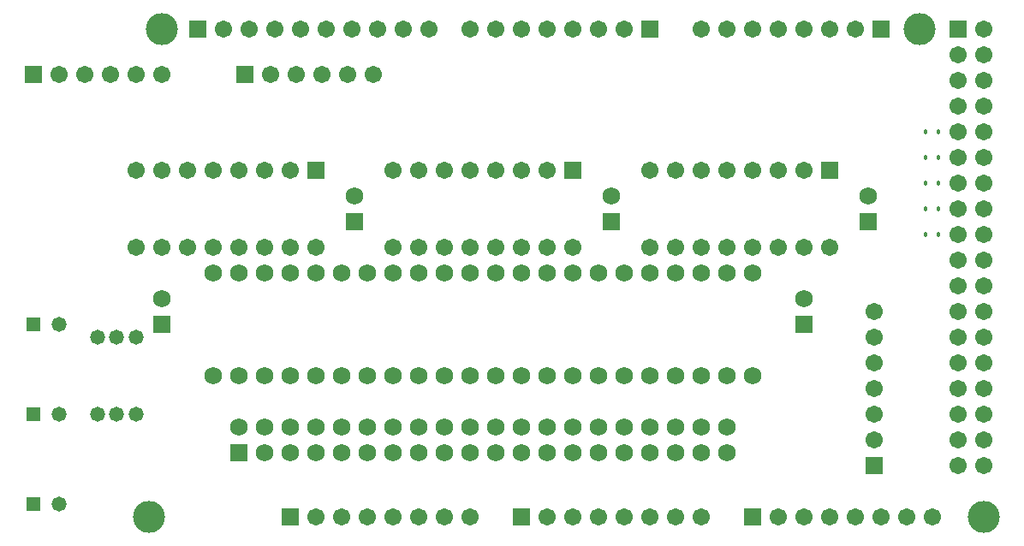
<source format=gbs>
G04 DipTrace 2.4.0.2*
%INBottomMask.gbr*%
%MOIN*%
%ADD26C,0.125*%
%ADD32C,0.018*%
%ADD34C,0.058*%
%ADD36C,0.068*%
%ADD38C,0.0671*%
%ADD42R,0.0671X0.0671*%
%ADD44R,0.058X0.058*%
%ADD46C,0.058*%
%ADD48R,0.068X0.068*%
%ADD50C,0.068*%
%FSLAX44Y44*%
G04*
G70*
G90*
G75*
G01*
%LNBotMask*%
%LPD*%
D50*
X37437Y17437D3*
D48*
Y16437D3*
D50*
X27437Y17437D3*
D48*
Y16437D3*
D50*
X17437Y17437D3*
D48*
Y16437D3*
X9937Y12437D3*
D50*
Y13437D3*
D48*
X34937Y12437D3*
D50*
Y13437D3*
D46*
X5937Y5437D3*
D44*
X4937D3*
D46*
X5937Y8937D3*
D44*
X4937D3*
D46*
X5937Y12437D3*
D44*
X4937D3*
D50*
X31937Y7437D3*
X30937D3*
X29937D3*
X28937D3*
X27937D3*
X26937D3*
X25937D3*
X24937D3*
X23937D3*
X22937D3*
X21937D3*
X20937D3*
X19937D3*
X18937D3*
X17937D3*
X16937D3*
X15937D3*
X14937D3*
X13937D3*
D48*
X12937D3*
D50*
Y8437D3*
X13937D3*
X14937D3*
X15937D3*
X16937D3*
X17937D3*
X18937D3*
X19937D3*
X20937D3*
X21937D3*
X22937D3*
X23937D3*
X24937D3*
X25937D3*
X26937D3*
X27937D3*
X28937D3*
X29937D3*
X30937D3*
X31937D3*
D42*
X23937Y4937D3*
D38*
X24937D3*
X25937D3*
X26937D3*
X27937D3*
X28937D3*
X29937D3*
X30937D3*
D42*
X14937D3*
D38*
X15937D3*
X16937D3*
X17937D3*
X18937D3*
X19937D3*
X20937D3*
X21937D3*
D42*
X28937Y23937D3*
D38*
X27937D3*
X26937D3*
X25937D3*
X24937D3*
X23937D3*
X22937D3*
X21937D3*
D42*
X11337D3*
D38*
X12337D3*
X13337D3*
X14337D3*
X15337D3*
X16337D3*
X17337D3*
X18337D3*
X19337D3*
X20337D3*
D42*
X32937Y4937D3*
D38*
X33937D3*
X34937D3*
X35937D3*
X36937D3*
X37937D3*
X38937D3*
X39937D3*
D42*
X37937Y23937D3*
D38*
X36937D3*
X35937D3*
X34937D3*
X33937D3*
X32937D3*
X31937D3*
X30937D3*
D42*
X40937D3*
D38*
X41937D3*
X40937Y22937D3*
X41937D3*
X40937Y21937D3*
X41937D3*
X40937Y20937D3*
X41937D3*
X40937Y19937D3*
X41937D3*
X40937Y18937D3*
X41937D3*
X40937Y17937D3*
X41937D3*
X40937Y16937D3*
X41937D3*
X40937Y15937D3*
X41937D3*
X40937Y14937D3*
X41937D3*
X40937Y13937D3*
X41937D3*
X40937Y12937D3*
X41937D3*
X40937Y11937D3*
X41937D3*
X40937Y10937D3*
X41937D3*
X40937Y9937D3*
X41937D3*
X40937Y8937D3*
X41937D3*
X40937Y7937D3*
X41937D3*
X40937Y6937D3*
X41937D3*
D42*
X13187Y22187D3*
D38*
X14187D3*
X15187D3*
X16187D3*
X17187D3*
X18187D3*
D42*
X4937D3*
D38*
X5937D3*
X6937D3*
X7937D3*
X8937D3*
X9937D3*
D42*
X37687Y6937D3*
D38*
Y7937D3*
Y8937D3*
Y9937D3*
Y10937D3*
Y11937D3*
Y12937D3*
D50*
X32937Y14437D3*
D36*
Y10437D3*
D50*
X31937Y14437D3*
D36*
Y10437D3*
D50*
X29937Y14437D3*
D36*
Y10437D3*
D50*
X30937Y14437D3*
D36*
Y10437D3*
D50*
X28937Y14437D3*
D36*
Y10437D3*
D50*
X27937Y14437D3*
D36*
Y10437D3*
D50*
X25937Y14437D3*
D36*
Y10437D3*
D50*
X26937Y14437D3*
D36*
Y10437D3*
D50*
X24937Y14437D3*
D36*
Y10437D3*
D50*
X21937Y14437D3*
D36*
Y10437D3*
D50*
X22937Y14437D3*
D36*
Y10437D3*
D50*
X20937Y14437D3*
D36*
Y10437D3*
D50*
X19937Y14437D3*
D36*
Y10437D3*
D50*
X17937Y14437D3*
D36*
Y10437D3*
D50*
X18937Y14437D3*
D36*
Y10437D3*
D50*
X16937Y14437D3*
D36*
Y10437D3*
D50*
X15937Y14437D3*
D36*
Y10437D3*
D50*
X13937Y14437D3*
D36*
Y10437D3*
D50*
X14937Y14437D3*
D36*
Y10437D3*
D50*
X12937Y14437D3*
D36*
Y10437D3*
D50*
X11937Y14437D3*
D36*
Y10437D3*
D50*
X23937Y14437D3*
D36*
Y10437D3*
D46*
X8937Y11937D3*
D34*
Y8937D3*
D46*
X8187Y11937D3*
D34*
Y8937D3*
D46*
X7437Y11937D3*
D34*
Y8937D3*
D42*
X35937Y18437D3*
D38*
X34937D3*
X33937D3*
X32937D3*
X31937D3*
X30937D3*
X29937D3*
X28937D3*
Y15437D3*
X29937D3*
X30937D3*
X31937D3*
X32937D3*
X33937D3*
X34937D3*
X35937D3*
D42*
X25937Y18437D3*
D38*
X24937D3*
X23937D3*
X22937D3*
X21937D3*
X20937D3*
X19937D3*
X18937D3*
Y15437D3*
X19937D3*
X20937D3*
X21937D3*
X22937D3*
X23937D3*
X24937D3*
X25937D3*
D42*
X15937Y18437D3*
D38*
X14937D3*
X13937D3*
X12937D3*
X11937D3*
X10937D3*
X9937D3*
X8937D3*
Y15437D3*
X9937D3*
X10937D3*
X11937D3*
X12937D3*
X13937D3*
X14937D3*
X15937D3*
D32*
X40187Y16937D3*
X39687D3*
Y18937D3*
X40187D3*
Y15937D3*
X39687D3*
X40187Y19937D3*
X39687D3*
X40187Y17937D3*
X39687D3*
D26*
X9437Y4937D3*
X9937Y23937D3*
X39437D3*
X41937Y4937D3*
M02*

</source>
